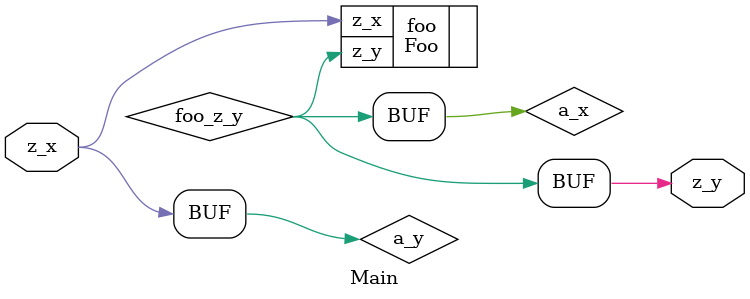
<source format=v>
module Main (
    input z_x,
    output z_y
);
wire a_x;
wire a_y;
wire foo_z_y;
assign a_x = foo_z_y;
assign a_y = z_x;
Foo foo (
    .z_x(a_y),
    .z_y(foo_z_y)
);
assign z_y = a_x;
endmodule


</source>
